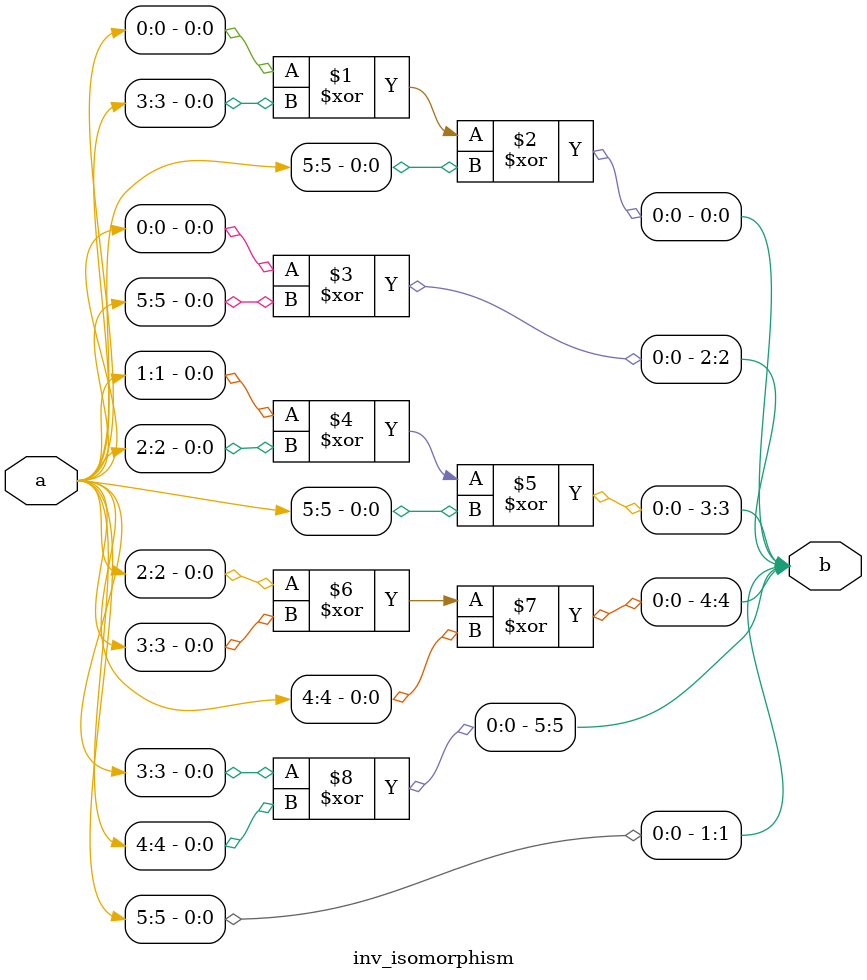
<source format=v>
`timescale 1ns/100ps
module SMS23_5_nn_6_2(x,y);
	 input [5:0] x;
	 output [5:0] y;
	 wire [5:0] w;
	 wire [5:0] p;
	 isomorphism C2 (x,w);
	 power_5 C3 (w,p);
	 inv_isomorphism C4 (p,y);
endmodule

module square_base(a,b);
	 input [1:0] a;
	 output [1:0] b;
	 assign b[0]=a[1];
	 assign b[1]=a[0];
endmodule

module add_base(a,b,c);
	 input [1:0] a;
	 input [1:0] b;
	 output [1:0] c;
	 assign c[0]=a[0]^b[0];
	 assign c[1]=a[1]^b[1];
endmodule

module constant_multiplication_base_0(a,b);
	 input [1:0] a;
	 output [1:0] b;
	 assign b[0]=0;
	 assign b[1]=0;
endmodule

module constant_multiplication_base_1(a,b);
	 input [1:0] a;
	 output [1:0] b;
	 assign b[0]=a[0];
	 assign b[1]=a[1];
endmodule

module constant_multiplication_base_2(a,b);
	 input [1:0] a;
	 output [1:0] b;
	 assign b[0]=a[1];
	 assign b[1]=a[0]^a[1];
endmodule

module constant_multiplication_base_3(a,b);
	 input [1:0] a;
	 output [1:0] b;
	 assign b[0]=a[0]^a[1];
	 assign b[1]=a[0];
endmodule

module multiplication_base(a,b,c);
	 input [1:0] a;
	 input [1:0] b;
	 output [1:0] c;
	 wire t;
	 assign t=(a[0]&b[1])^(a[1]&b[0]);
	 assign c[0]=(a[1]&b[1])^t;
	 assign c[1]=(a[0]&b[0])^t;
endmodule
module power_5(a,b);
	 input [5:0] a;
	 output [5:0] b;
	 wire [1:0] x_0;
	 wire [1:0] x_1;
	 wire [1:0] x_2;
	 wire [1:0] y_0;
	 wire [1:0] y_1;
	 wire [1:0] y_2;
	 wire [1:0] y_3;
	 wire [1:0] y_4;
	 wire [1:0] y_5;
	 wire [1:0] z_00;
	 wire [1:0] z_01;
	 wire [1:0] z_02;
	 wire [1:0] z_03;
	 wire [1:0] z_04;
	 wire [1:0] z_10;
	 wire [1:0] z_11;
	 wire [1:0] z_12;
	 wire [1:0] z_13;
	 wire [1:0] z_14;
	 wire [1:0] z_20;
	 wire [1:0] z_21;
	 wire [1:0] z_22;
	 wire [1:0] z_23;
	 wire [1:0] z_24;
	 wire [1:0] w_00;
	 wire [1:0] w_01;
	 wire [1:0] w_02;
	 wire [1:0] w_03;
	 wire [1:0] w_04;
	 wire [1:0] w_05;
	 wire [1:0] w_10;
	 wire [1:0] w_11;
	 wire [1:0] w_12;
	 wire [1:0] w_13;
	 wire [1:0] w_14;
	 wire [1:0] w_15;
	 wire [1:0] w_20;
	 wire [1:0] w_21;
	 wire [1:0] w_22;
	 wire [1:0] w_23;
	 wire [1:0] w_24;
	 wire [1:0] w_25;
	 assign x_0[0]=a[0];
	 assign x_0[1]=a[1];
	 assign x_1[0]=a[2];
	 assign x_1[1]=a[3];
	 assign x_2[0]=a[4];
	 assign x_2[1]=a[5];
	 square_base A1 (x_0,y_0);
	 square_base A2 (x_1,y_1);
	 square_base A3 (x_2,y_2);
	 multiplication_base A4 (x_0,x_1,y_3);
	 multiplication_base A5 (x_0,x_2,y_4);
	 multiplication_base A6 (x_1,x_2,y_5);
	 constant_multiplication_base_3 MC00 (y_0,w_00);
	 constant_multiplication_base_0 MC01 (y_1,w_01);
	 constant_multiplication_base_1 MC02 (y_2,w_02);
	 constant_multiplication_base_2 MC03 (y_3,w_03);
	 constant_multiplication_base_1 MC04 (y_4,w_04);
	 constant_multiplication_base_2 MC05 (y_5,w_05);
	 constant_multiplication_base_1 MC10 (y_0,w_10);
	 constant_multiplication_base_3 MC11 (y_1,w_11);
	 constant_multiplication_base_0 MC12 (y_2,w_12);
	 constant_multiplication_base_1 MC13 (y_3,w_13);
	 constant_multiplication_base_2 MC14 (y_4,w_14);
	 constant_multiplication_base_2 MC15 (y_5,w_15);
	 constant_multiplication_base_0 MC20 (y_0,w_20);
	 constant_multiplication_base_1 MC21 (y_1,w_21);
	 constant_multiplication_base_3 MC22 (y_2,w_22);
	 constant_multiplication_base_2 MC23 (y_3,w_23);
	 constant_multiplication_base_2 MC24 (y_4,w_24);
	 constant_multiplication_base_1 MC25 (y_5,w_25);
	 add_base B00 (w_00,w_01,z_00);
	 add_base B01 (w_02,w_03,z_01);
	 add_base B02 (w_04,w_05,z_02);
	 add_base B03 (z_00,z_01,z_03);
	 add_base B04 (z_03,z_02,z_04);
	 add_base B10 (w_10,w_11,z_10);
	 add_base B11 (w_12,w_13,z_11);
	 add_base B12 (w_14,w_15,z_12);
	 add_base B13 (z_10,z_11,z_13);
	 add_base B14 (z_13,z_12,z_14);
	 add_base B20 (w_20,w_21,z_20);
	 add_base B21 (w_22,w_23,z_21);
	 add_base B22 (w_24,w_25,z_22);
	 add_base B23 (z_20,z_21,z_23);
	 add_base B24 (z_23,z_22,z_24);
	 assign b[0]=z_04[0];
	 assign b[1]=z_04[1];
	 assign b[2]=z_14[0];
	 assign b[3]=z_14[1];
	 assign b[4]=z_24[0];
	 assign b[5]=z_24[1];
endmodule

module isomorphism(a,b);
	 input [5:0] a;
	 output [5:0] b;
	 assign b[0]=a[1]^a[3]^a[5];
	 assign b[1]=a[1];
	 assign b[2]=a[0]^a[4];
	 assign b[3]=a[0]^a[1]^a[2]^a[3]^a[4]^a[5];
	 assign b[4]=a[0]^a[2]^a[3];
	 assign b[5]=a[0]^a[2]^a[4]^a[5];
endmodule

module inv_isomorphism(a,b);
	 input [5:0] a;
	 output [5:0] b;
	 assign b[0]=a[0]^a[3]^a[5];
	 assign b[1]=a[5];
	 assign b[2]=a[0]^a[5];
	 assign b[3]=a[1]^a[2]^a[5];
	 assign b[4]=a[2]^a[3]^a[4];
	 assign b[5]=a[3]^a[4];
endmodule


</source>
